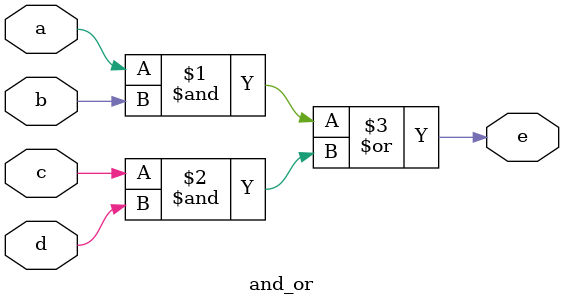
<source format=v>
module and_or (input  a, 
               input  b,
               input  c,
               input  d,
               output e);

assign e = a&b | c&d; 
endmodule

</source>
